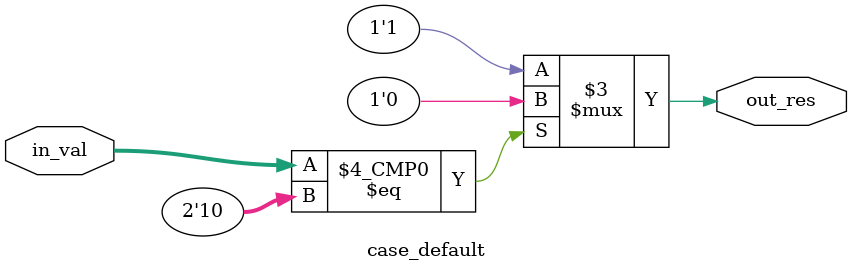
<source format=sv>
module case_default (
    input logic [1:0] in_val,
    output reg out_res
);
    always_comb begin
        out_res = 1'b0;
        case (in_val)
            2'b01: out_res = 1'b1;
            2'b10: out_res = 1'b0;
            default: out_res = 1'b1;
        endcase
    end
endmodule


</source>
